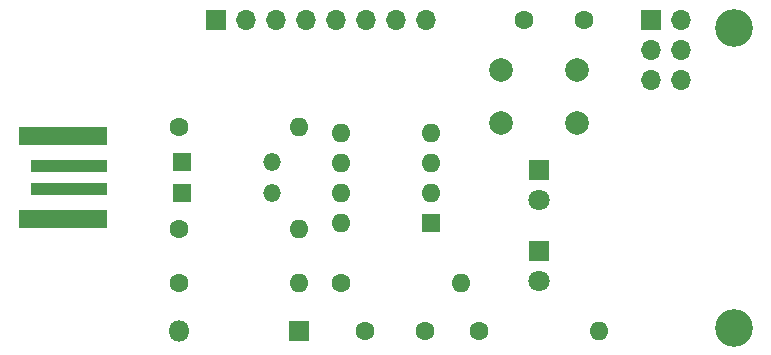
<source format=gbr>
%TF.GenerationSoftware,KiCad,Pcbnew,(6.0.11)*%
%TF.CreationDate,2023-02-09T23:11:33+03:00*%
%TF.ProjectId,QDevTiny,51446576-5469-46e7-992e-6b696361645f,rev?*%
%TF.SameCoordinates,Original*%
%TF.FileFunction,Soldermask,Top*%
%TF.FilePolarity,Negative*%
%FSLAX46Y46*%
G04 Gerber Fmt 4.6, Leading zero omitted, Abs format (unit mm)*
G04 Created by KiCad (PCBNEW (6.0.11)) date 2023-02-09 23:11:33*
%MOMM*%
%LPD*%
G01*
G04 APERTURE LIST*
%ADD10R,1.700000X1.700000*%
%ADD11O,1.700000X1.700000*%
%ADD12C,3.200000*%
%ADD13R,1.800000X1.800000*%
%ADD14C,1.800000*%
%ADD15R,1.600000X1.600000*%
%ADD16O,1.600000X1.600000*%
%ADD17C,1.600000*%
%ADD18R,7.498080X1.498600*%
%ADD19R,6.499860X0.998220*%
%ADD20O,1.800000X1.800000*%
%ADD21R,1.500000X1.500000*%
%ADD22O,1.500000X1.500000*%
%ADD23C,2.000000*%
G04 APERTURE END LIST*
D10*
%TO.C,J2*%
X89535000Y-46355000D03*
D11*
X92075000Y-46355000D03*
X94615000Y-46355000D03*
X97155000Y-46355000D03*
X99695000Y-46355000D03*
X102235000Y-46355000D03*
X104775000Y-46355000D03*
X107315000Y-46355000D03*
%TD*%
D12*
%TO.C,REF\u002A\u002A*%
X133350000Y-72390000D03*
%TD*%
D13*
%TO.C,D2*%
X116840000Y-65895000D03*
D14*
X116840000Y-68435000D03*
%TD*%
D15*
%TO.C,U1*%
X107714602Y-63549897D03*
D16*
X107714602Y-61009897D03*
X107714602Y-58469897D03*
X107714602Y-55929897D03*
X100094602Y-55929897D03*
X100094602Y-58469897D03*
X100094602Y-61009897D03*
X100094602Y-63549897D03*
%TD*%
D17*
%TO.C,C1*%
X107148000Y-72644000D03*
X102148000Y-72644000D03*
%TD*%
D12*
%TO.C,REF\u002A\u002A*%
X133350000Y-46990000D03*
%TD*%
D17*
%TO.C,R1*%
X111760000Y-72644000D03*
D16*
X121920000Y-72644000D03*
%TD*%
D17*
%TO.C,R5*%
X100076000Y-68580000D03*
D16*
X110236000Y-68580000D03*
%TD*%
D17*
%TO.C,R2*%
X86360000Y-68580000D03*
D16*
X96520000Y-68580000D03*
%TD*%
D18*
%TO.C,J1*%
X76509880Y-63172580D03*
D19*
X77007720Y-60673220D03*
X77007720Y-58676780D03*
D18*
X76509880Y-56177420D03*
%TD*%
D17*
%TO.C,C2*%
X115610000Y-46355000D03*
X120610000Y-46355000D03*
%TD*%
D13*
%TO.C,D3*%
X96520000Y-72644000D03*
D20*
X86360000Y-72644000D03*
%TD*%
D13*
%TO.C,D1*%
X116840000Y-59007000D03*
D14*
X116840000Y-61547000D03*
%TD*%
D21*
%TO.C,D4*%
X86609000Y-60973220D03*
D22*
X94229000Y-60973220D03*
%TD*%
D10*
%TO.C,J3*%
X126360000Y-46370000D03*
D11*
X128900000Y-46370000D03*
X126360000Y-48910000D03*
X128900000Y-48910000D03*
X126360000Y-51450000D03*
X128900000Y-51450000D03*
%TD*%
D17*
%TO.C,R3*%
X86360000Y-64008000D03*
D16*
X96520000Y-64008000D03*
%TD*%
D23*
%TO.C,SW1*%
X113590000Y-50582000D03*
X120090000Y-50582000D03*
X113590000Y-55082000D03*
X120090000Y-55082000D03*
%TD*%
D17*
%TO.C,R4*%
X86360000Y-55372000D03*
D16*
X96520000Y-55372000D03*
%TD*%
D21*
%TO.C,D5*%
X86609000Y-58376780D03*
D22*
X94229000Y-58376780D03*
%TD*%
M02*

</source>
